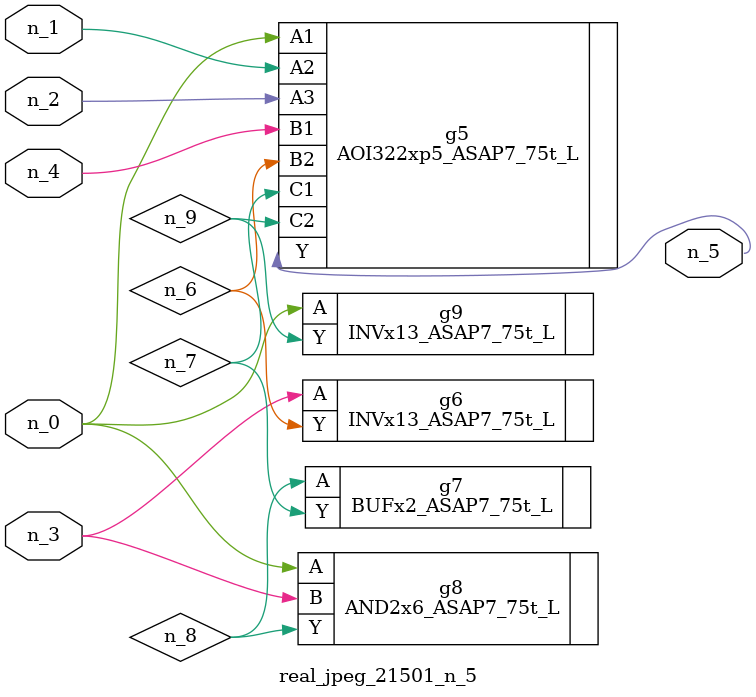
<source format=v>
module real_jpeg_21501_n_5 (n_4, n_0, n_1, n_2, n_3, n_5);

input n_4;
input n_0;
input n_1;
input n_2;
input n_3;

output n_5;

wire n_8;
wire n_6;
wire n_7;
wire n_9;

AOI322xp5_ASAP7_75t_L g5 ( 
.A1(n_0),
.A2(n_1),
.A3(n_2),
.B1(n_4),
.B2(n_6),
.C1(n_7),
.C2(n_9),
.Y(n_5)
);

AND2x6_ASAP7_75t_L g8 ( 
.A(n_0),
.B(n_3),
.Y(n_8)
);

INVx13_ASAP7_75t_L g9 ( 
.A(n_0),
.Y(n_9)
);

INVx13_ASAP7_75t_L g6 ( 
.A(n_3),
.Y(n_6)
);

BUFx2_ASAP7_75t_L g7 ( 
.A(n_8),
.Y(n_7)
);


endmodule
</source>
